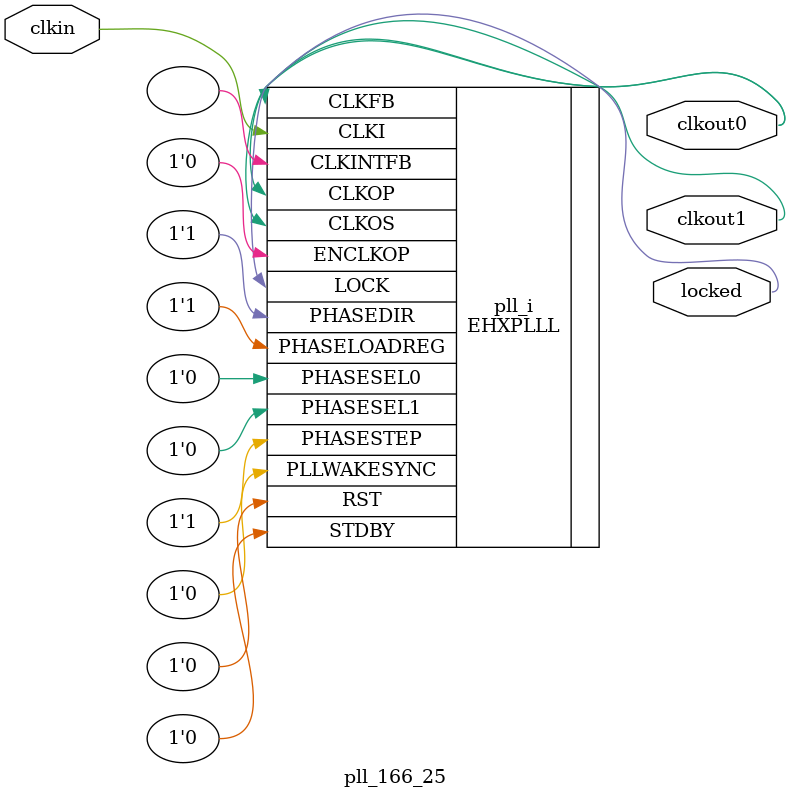
<source format=v>
module pll_166_25
(
    input clkin, // 25 MHz, 0 deg
    output clkout0, // 165.625 MHz, 0 deg
    output clkout1, // 25.4808 MHz, 0 deg
    output locked
);
(* FREQUENCY_PIN_CLKI="25" *)
(* FREQUENCY_PIN_CLKOP="165.625" *)
(* FREQUENCY_PIN_CLKOS="25.4808" *)
(* ICP_CURRENT="12" *) (* LPF_RESISTOR="8" *) (* MFG_ENABLE_FILTEROPAMP="1" *) (* MFG_GMCREF_SEL="2" *)
EHXPLLL #(
        .PLLRST_ENA("DISABLED"),
        .INTFB_WAKE("DISABLED"),
        .STDBY_ENABLE("DISABLED"),
        .DPHASE_SOURCE("DISABLED"),
        .OUTDIVIDER_MUXA("DIVA"),
        .OUTDIVIDER_MUXB("DIVB"),
        .OUTDIVIDER_MUXC("DIVC"),
        .OUTDIVIDER_MUXD("DIVD"),
        .CLKI_DIV(8),
        .CLKOP_ENABLE("ENABLED"),
        .CLKOP_DIV(4),
        .CLKOP_CPHASE(1),
        .CLKOP_FPHASE(0),
        .CLKOS_ENABLE("ENABLED"),
        .CLKOS_DIV(26),
        .CLKOS_CPHASE(1),
        .CLKOS_FPHASE(0),
        .FEEDBK_PATH("CLKOP"),
        .CLKFB_DIV(53)
    ) pll_i (
        .RST(1'b0),
        .STDBY(1'b0),
        .CLKI(clkin),
        .CLKOP(clkout0),
        .CLKOS(clkout1),
        .CLKFB(clkout0),
        .CLKINTFB(),
        .PHASESEL0(1'b0),
        .PHASESEL1(1'b0),
        .PHASEDIR(1'b1),
        .PHASESTEP(1'b1),
        .PHASELOADREG(1'b1),
        .PLLWAKESYNC(1'b0),
        .ENCLKOP(1'b0),
        .LOCK(locked)
	);
endmodule

</source>
